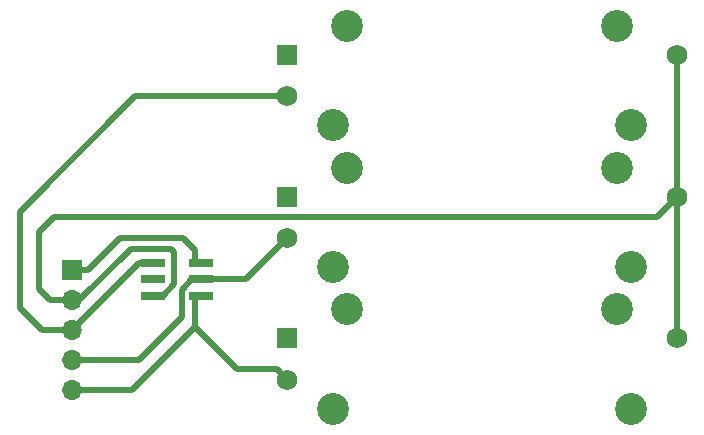
<source format=gbr>
G04 #@! TF.GenerationSoftware,KiCad,Pcbnew,5.0.2-bee76a0~70~ubuntu18.04.1*
G04 #@! TF.CreationDate,2020-01-17T11:17:40+01:00*
G04 #@! TF.ProjectId,tcut1350_test,74637574-3133-4353-905f-746573742e6b,rev?*
G04 #@! TF.SameCoordinates,Original*
G04 #@! TF.FileFunction,Copper,L1,Top*
G04 #@! TF.FilePolarity,Positive*
%FSLAX46Y46*%
G04 Gerber Fmt 4.6, Leading zero omitted, Abs format (unit mm)*
G04 Created by KiCad (PCBNEW 5.0.2-bee76a0~70~ubuntu18.04.1) date Fr 17 Jan 2020 11:17:40 CET*
%MOMM*%
%LPD*%
G01*
G04 APERTURE LIST*
G04 #@! TA.AperFunction,SMDPad,CuDef*
%ADD10R,2.000000X0.700000*%
G04 #@! TD*
G04 #@! TA.AperFunction,ComponentPad*
%ADD11R,1.700000X1.700000*%
G04 #@! TD*
G04 #@! TA.AperFunction,ComponentPad*
%ADD12O,1.700000X1.700000*%
G04 #@! TD*
G04 #@! TA.AperFunction,ComponentPad*
%ADD13R,1.750000X1.750000*%
G04 #@! TD*
G04 #@! TA.AperFunction,ComponentPad*
%ADD14C,1.750000*%
G04 #@! TD*
G04 #@! TA.AperFunction,ComponentPad*
%ADD15C,2.700000*%
G04 #@! TD*
G04 #@! TA.AperFunction,Conductor*
%ADD16C,0.500000*%
G04 #@! TD*
G04 APERTURE END LIST*
D10*
G04 #@! TO.P,J1,5*
G04 #@! TO.N,Net-(J1-Pad5)*
X12950000Y-24000000D03*
G04 #@! TO.P,J1,6*
G04 #@! TO.N,GND*
X12950000Y-25400000D03*
G04 #@! TO.P,J1,4*
G04 #@! TO.N,Net-(J1-Pad4)*
X12950000Y-22600000D03*
G04 #@! TO.P,J1,3*
G04 #@! TO.N,+3V3*
X17050000Y-22600000D03*
G04 #@! TO.P,J1,2*
G04 #@! TO.N,Net-(J1-Pad2)*
X17050000Y-24000000D03*
G04 #@! TO.P,J1,1*
G04 #@! TO.N,Net-(J1-Pad1)*
X17050000Y-25400000D03*
G04 #@! TD*
D11*
G04 #@! TO.P,J2,1*
G04 #@! TO.N,+3V3*
X6100000Y-23200000D03*
D12*
G04 #@! TO.P,J2,2*
G04 #@! TO.N,GND*
X6100000Y-25740000D03*
G04 #@! TO.P,J2,3*
G04 #@! TO.N,Net-(J1-Pad4)*
X6100000Y-28280000D03*
G04 #@! TO.P,J2,4*
G04 #@! TO.N,Net-(J1-Pad2)*
X6100000Y-30820000D03*
G04 #@! TO.P,J2,5*
G04 #@! TO.N,Net-(J1-Pad1)*
X6100000Y-33360000D03*
G04 #@! TD*
D13*
G04 #@! TO.P,RV1,1*
G04 #@! TO.N,Net-(RV1-Pad1)*
X24335001Y-17000000D03*
D14*
G04 #@! TO.P,RV1,2*
G04 #@! TO.N,Net-(J1-Pad2)*
X24335001Y-20500000D03*
G04 #@! TO.P,RV1,3*
G04 #@! TO.N,GND*
X57335001Y-17000000D03*
D15*
G04 #@! TO.P,RV1,MP*
G04 #@! TO.N,N/C*
X29435001Y-14550000D03*
X52235001Y-14550000D03*
X28235001Y-22950000D03*
X53435001Y-22950000D03*
G04 #@! TD*
G04 #@! TO.P,RV2,MP*
G04 #@! TO.N,N/C*
X53435001Y-10950000D03*
X28235001Y-10950000D03*
X52235001Y-2550000D03*
X29435001Y-2550000D03*
D14*
G04 #@! TO.P,RV2,3*
G04 #@! TO.N,GND*
X57335001Y-5000000D03*
G04 #@! TO.P,RV2,2*
G04 #@! TO.N,Net-(J1-Pad4)*
X24335001Y-8500000D03*
D13*
G04 #@! TO.P,RV2,1*
G04 #@! TO.N,Net-(RV2-Pad1)*
X24335001Y-5000000D03*
G04 #@! TD*
G04 #@! TO.P,RV3,1*
G04 #@! TO.N,Net-(RV3-Pad1)*
X24335001Y-29000000D03*
D14*
G04 #@! TO.P,RV3,2*
G04 #@! TO.N,Net-(J1-Pad1)*
X24335001Y-32500000D03*
G04 #@! TO.P,RV3,3*
G04 #@! TO.N,GND*
X57335001Y-29000000D03*
D15*
G04 #@! TO.P,RV3,MP*
G04 #@! TO.N,N/C*
X29435001Y-26550000D03*
X52235001Y-26550000D03*
X28235001Y-34950000D03*
X53435001Y-34950000D03*
G04 #@! TD*
D16*
G04 #@! TO.N,GND*
X57335001Y-6237436D02*
X57335001Y-29000000D01*
X57335001Y-5000000D02*
X57335001Y-6237436D01*
X6760000Y-25740000D02*
X6100000Y-25740000D01*
X13800000Y-25400000D02*
X14800000Y-24400000D01*
X13450000Y-25400000D02*
X13800000Y-25400000D01*
X14800000Y-21700000D02*
X14500000Y-21400000D01*
X14800000Y-24400000D02*
X14800000Y-21700000D01*
X11100000Y-21400000D02*
X6760000Y-25740000D01*
X14500000Y-21400000D02*
X11100000Y-21400000D01*
X4600000Y-18700000D02*
X55635001Y-18700000D01*
X55635001Y-18700000D02*
X57335001Y-17000000D01*
X3300000Y-20000000D02*
X4600000Y-18700000D01*
X3300000Y-24800000D02*
X3300000Y-20000000D01*
X6100000Y-25740000D02*
X4240000Y-25740000D01*
X4240000Y-25740000D02*
X3300000Y-24800000D01*
G04 #@! TO.N,Net-(J1-Pad4)*
X11780000Y-22600000D02*
X6100000Y-28280000D01*
X13450000Y-22600000D02*
X11780000Y-22600000D01*
X6100000Y-28280000D02*
X3580000Y-28280000D01*
X3580000Y-28280000D02*
X1700000Y-26400000D01*
X1700000Y-26400000D02*
X1700000Y-18300000D01*
X11500000Y-8500000D02*
X24335001Y-8500000D01*
X1700000Y-18300000D02*
X11500000Y-8500000D01*
G04 #@! TO.N,+3V3*
X7450000Y-23200000D02*
X10150000Y-20500000D01*
X6100000Y-23200000D02*
X7450000Y-23200000D01*
X10150000Y-20500000D02*
X15500000Y-20500000D01*
X16550000Y-21550000D02*
X16550000Y-22600000D01*
X15500000Y-20500000D02*
X16550000Y-21550000D01*
G04 #@! TO.N,Net-(J1-Pad2)*
X16550000Y-24000000D02*
X20835001Y-24000000D01*
X21800000Y-23035001D02*
X24335001Y-20500000D01*
X20835001Y-24000000D02*
X21800000Y-23035001D01*
X11780000Y-30820000D02*
X6100000Y-30820000D01*
X15400000Y-27200000D02*
X11780000Y-30820000D01*
X15400000Y-24889998D02*
X15400000Y-27200000D01*
X16550000Y-24000000D02*
X16289998Y-24000000D01*
X16289998Y-24000000D02*
X15400000Y-24889998D01*
G04 #@! TO.N,Net-(J1-Pad1)*
X23460002Y-31625001D02*
X20125001Y-31625001D01*
X24335001Y-32500000D02*
X23460002Y-31625001D01*
X16550000Y-28050000D02*
X16550000Y-25400000D01*
X20125001Y-31625001D02*
X16550000Y-28050000D01*
X11240000Y-33360000D02*
X16550000Y-28050000D01*
X6100000Y-33360000D02*
X11240000Y-33360000D01*
G04 #@! TD*
M02*

</source>
